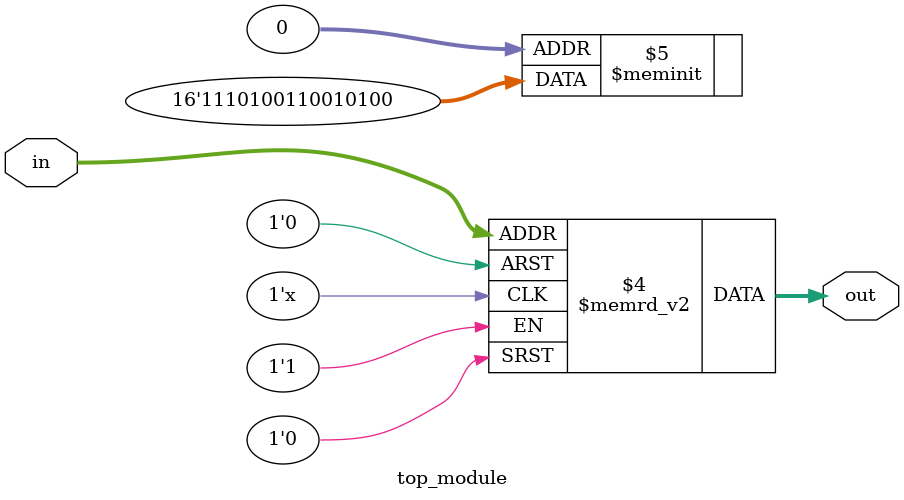
<source format=v>
module top_module( 
    input [2:0] in,
    output [1:0] out );
    always @(*)
        begin
            case(in)
                3'b000 : out = 2'b00;
                3'b001 : out = 2'b01;
                3'b010 : out = 2'b01;
                3'b011 : out = 2'b10;
                3'b100 : out = 2'b01;
                3'b101 : out = 2'b10;
                3'b110 : out = 2'b10;
                3'b111 : out = 2'b11;
            endcase
        end

endmodule

</source>
